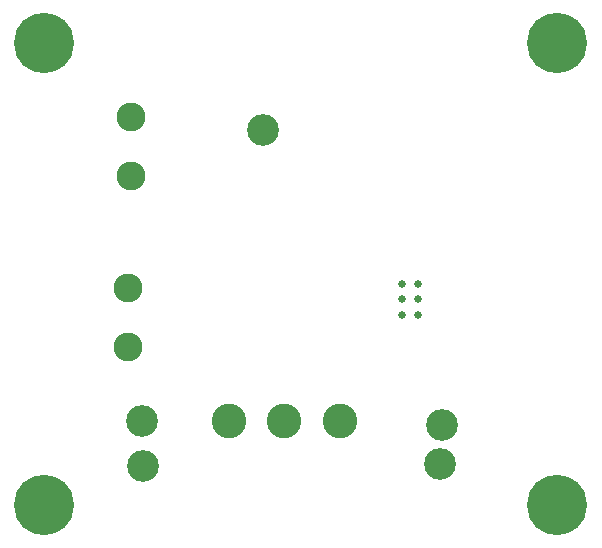
<source format=gbs>
G04*
G04 #@! TF.GenerationSoftware,Altium Limited,Altium Designer,21.0.8 (223)*
G04*
G04 Layer_Color=16711935*
%FSLAX25Y25*%
%MOIN*%
G70*
G04*
G04 #@! TF.SameCoordinates,FF87F178-E8DA-4391-A02C-702B807C1C86*
G04*
G04*
G04 #@! TF.FilePolarity,Negative*
G04*
G01*
G75*
%ADD27C,0.10591*%
%ADD28C,0.09646*%
%ADD29C,0.20079*%
%ADD30C,0.11516*%
%ADD31C,0.02480*%
D27*
X45000Y41000D02*
D03*
X45500Y26000D02*
D03*
X144500Y26500D02*
D03*
X85500Y138000D02*
D03*
X145000Y39500D02*
D03*
D28*
X40500Y85185D02*
D03*
Y65500D02*
D03*
X41500Y142342D02*
D03*
Y122658D02*
D03*
D29*
X183500Y13000D02*
D03*
Y167000D02*
D03*
X12500D02*
D03*
Y13000D02*
D03*
D30*
X111000Y41000D02*
D03*
X73992D02*
D03*
X92496D02*
D03*
D31*
X131760Y86618D02*
D03*
Y81500D02*
D03*
Y76382D02*
D03*
X136878Y86618D02*
D03*
Y81500D02*
D03*
Y76382D02*
D03*
M02*

</source>
